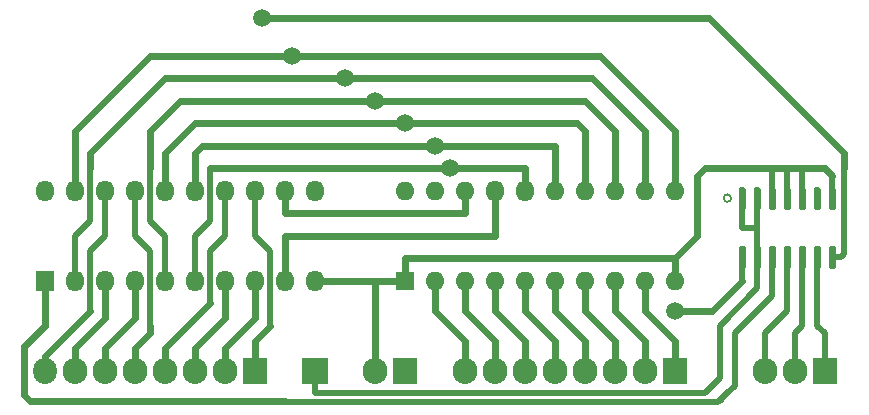
<source format=gbr>
%TF.GenerationSoftware,KiCad,Pcbnew,(5.1.8)-1*%
%TF.CreationDate,2025-01-30T23:00:43+03:00*%
%TF.ProjectId,Reg,5265672e-6b69-4636-9164-5f7063625858,rev?*%
%TF.SameCoordinates,Original*%
%TF.FileFunction,Copper,L2,Bot*%
%TF.FilePolarity,Positive*%
%FSLAX46Y46*%
G04 Gerber Fmt 4.6, Leading zero omitted, Abs format (unit mm)*
G04 Created by KiCad (PCBNEW (5.1.8)-1) date 2025-01-30 23:00:43*
%MOMM*%
%LPD*%
G01*
G04 APERTURE LIST*
%TA.AperFunction,NonConductor*%
%ADD10C,0.200000*%
%TD*%
%TA.AperFunction,ComponentPad*%
%ADD11R,2.200000X2.200000*%
%TD*%
%TA.AperFunction,ComponentPad*%
%ADD12O,1.500000X1.800000*%
%TD*%
%TA.AperFunction,ComponentPad*%
%ADD13R,1.500000X1.800000*%
%TD*%
%TA.AperFunction,ComponentPad*%
%ADD14O,1.600000X1.600000*%
%TD*%
%TA.AperFunction,ComponentPad*%
%ADD15R,1.600000X1.600000*%
%TD*%
%TA.AperFunction,ComponentPad*%
%ADD16R,2.100000X2.200000*%
%TD*%
%TA.AperFunction,ComponentPad*%
%ADD17O,2.100000X2.200000*%
%TD*%
%TA.AperFunction,ComponentPad*%
%ADD18O,2.000000X2.200000*%
%TD*%
%TA.AperFunction,ViaPad*%
%ADD19C,1.500000*%
%TD*%
%TA.AperFunction,Conductor*%
%ADD20C,0.600000*%
%TD*%
%TA.AperFunction,Conductor*%
%ADD21C,0.500000*%
%TD*%
G04 APERTURE END LIST*
D10*
X111442500Y-38735000D02*
G75*
G03*
X111442500Y-38735000I-317500J0D01*
G01*
D11*
%TO.P,J5,1*%
%TO.N,/Res*%
X76200000Y-53340000D03*
%TD*%
D12*
%TO.P,U1,20*%
%TO.N,VCC*%
X53340000Y-38100000D03*
%TO.P,U1,10*%
%TO.N,GND*%
X76200000Y-45720000D03*
%TO.P,U1,19*%
%TO.N,/L7*%
X55880000Y-38100000D03*
%TO.P,U1,9*%
%TO.N,/L1*%
X73660000Y-45720000D03*
%TO.P,U1,18*%
%TO.N,/D7*%
X58420000Y-38100000D03*
%TO.P,U1,8*%
%TO.N,/D1*%
X71120000Y-45720000D03*
%TO.P,U1,17*%
%TO.N,/D4*%
X60960000Y-38100000D03*
%TO.P,U1,7*%
%TO.N,/D2*%
X68580000Y-45720000D03*
%TO.P,U1,16*%
%TO.N,/L4*%
X63500000Y-38100000D03*
%TO.P,U1,6*%
%TO.N,/L2*%
X66040000Y-45720000D03*
%TO.P,U1,15*%
%TO.N,/L3*%
X66040000Y-38100000D03*
%TO.P,U1,5*%
%TO.N,/L5*%
X63500000Y-45720000D03*
%TO.P,U1,14*%
%TO.N,/D3*%
X68580000Y-38100000D03*
%TO.P,U1,4*%
%TO.N,/D5*%
X60960000Y-45720000D03*
%TO.P,U1,13*%
%TO.N,/D0*%
X71120000Y-38100000D03*
%TO.P,U1,3*%
%TO.N,/D6*%
X58420000Y-45720000D03*
%TO.P,U1,12*%
%TO.N,/L0*%
X73660000Y-38100000D03*
%TO.P,U1,2*%
%TO.N,/L6*%
X55880000Y-45720000D03*
%TO.P,U1,11*%
%TO.N,Net-(U1-Pad11)*%
X76200000Y-38100000D03*
D13*
%TO.P,U1,1*%
%TO.N,Net-(U1-Pad1)*%
X53340000Y-45720000D03*
%TD*%
D14*
%TO.P,U2,20*%
%TO.N,VCC*%
X83820000Y-38100000D03*
%TO.P,U2,10*%
%TO.N,GND*%
X106680000Y-45720000D03*
%TO.P,U2,19*%
%TO.N,/~CS*%
X86360000Y-38100000D03*
%TO.P,U2,9*%
%TO.N,/Q7*%
X104140000Y-45720000D03*
%TO.P,U2,18*%
%TO.N,/L0*%
X88900000Y-38100000D03*
%TO.P,U2,8*%
%TO.N,/Q6*%
X101600000Y-45720000D03*
D12*
%TO.P,U2,17*%
%TO.N,/L1*%
X91440000Y-38100000D03*
D14*
%TO.P,U2,7*%
%TO.N,/Q5*%
X99060000Y-45720000D03*
D12*
%TO.P,U2,16*%
%TO.N,/L2*%
X93980000Y-38100000D03*
D14*
%TO.P,U2,6*%
%TO.N,/Q4*%
X96520000Y-45720000D03*
%TO.P,U2,15*%
%TO.N,/L3*%
X96520000Y-38100000D03*
%TO.P,U2,5*%
%TO.N,/Q3*%
X93980000Y-45720000D03*
%TO.P,U2,14*%
%TO.N,/L4*%
X99060000Y-38100000D03*
%TO.P,U2,4*%
%TO.N,/Q2*%
X91440000Y-45720000D03*
%TO.P,U2,13*%
%TO.N,/L5*%
X101600000Y-38100000D03*
%TO.P,U2,3*%
%TO.N,/Q1*%
X88900000Y-45720000D03*
%TO.P,U2,12*%
%TO.N,/L6*%
X104140000Y-38100000D03*
%TO.P,U2,2*%
%TO.N,/Q0*%
X86360000Y-45720000D03*
%TO.P,U2,11*%
%TO.N,/L7*%
X106680000Y-38100000D03*
D15*
%TO.P,U2,1*%
%TO.N,GND*%
X83820000Y-45720000D03*
%TD*%
D16*
%TO.P,J1,1*%
%TO.N,/D0*%
X71120000Y-53340000D03*
D17*
%TO.P,J1,2*%
%TO.N,/D1*%
X68580000Y-53340000D03*
%TO.P,J1,3*%
%TO.N,/D2*%
X66040000Y-53340000D03*
%TO.P,J1,4*%
%TO.N,/D3*%
X63500000Y-53340000D03*
%TO.P,J1,5*%
%TO.N,/D4*%
X60960000Y-53340000D03*
%TO.P,J1,6*%
%TO.N,/D5*%
X58420000Y-53340000D03*
%TO.P,J1,7*%
%TO.N,/D6*%
X55880000Y-53340000D03*
D18*
%TO.P,J1,8*%
%TO.N,/D7*%
X53340000Y-53340000D03*
%TD*%
D17*
%TO.P,J2,8*%
%TO.N,/Q0*%
X88900000Y-53340000D03*
%TO.P,J2,7*%
%TO.N,/Q1*%
X91440000Y-53340000D03*
%TO.P,J2,6*%
%TO.N,/Q2*%
X93980000Y-53340000D03*
%TO.P,J2,5*%
%TO.N,/Q3*%
X96520000Y-53340000D03*
%TO.P,J2,4*%
%TO.N,/Q4*%
X99060000Y-53340000D03*
%TO.P,J2,3*%
%TO.N,/Q5*%
X101600000Y-53340000D03*
%TO.P,J2,2*%
%TO.N,/Q6*%
X104140000Y-53340000D03*
D16*
%TO.P,J2,1*%
%TO.N,/Q7*%
X106680000Y-53340000D03*
%TD*%
%TO.P,J3,1*%
%TO.N,VCC*%
X83820000Y-53340000D03*
D17*
%TO.P,J3,2*%
%TO.N,GND*%
X81280000Y-53340000D03*
%TD*%
D16*
%TO.P,J4,1*%
%TO.N,/~Row*%
X119380000Y-53340000D03*
D17*
%TO.P,J4,2*%
%TO.N,/~Col*%
X116840000Y-53340000D03*
%TO.P,J4,3*%
%TO.N,/~CS*%
X114300000Y-53340000D03*
%TD*%
%TO.P,U3,1*%
%TO.N,/Res*%
%TA.AperFunction,SMDPad,CuDef*%
G36*
G01*
X112245000Y-37825000D02*
X112545000Y-37825000D01*
G75*
G02*
X112695000Y-37975000I0J-150000D01*
G01*
X112695000Y-39625000D01*
G75*
G02*
X112545000Y-39775000I-150000J0D01*
G01*
X112245000Y-39775000D01*
G75*
G02*
X112095000Y-39625000I0J150000D01*
G01*
X112095000Y-37975000D01*
G75*
G02*
X112245000Y-37825000I150000J0D01*
G01*
G37*
%TD.AperFunction*%
%TO.P,U3,2*%
%TA.AperFunction,SMDPad,CuDef*%
G36*
G01*
X113515000Y-37825000D02*
X113815000Y-37825000D01*
G75*
G02*
X113965000Y-37975000I0J-150000D01*
G01*
X113965000Y-39625000D01*
G75*
G02*
X113815000Y-39775000I-150000J0D01*
G01*
X113515000Y-39775000D01*
G75*
G02*
X113365000Y-39625000I0J150000D01*
G01*
X113365000Y-37975000D01*
G75*
G02*
X113515000Y-37825000I150000J0D01*
G01*
G37*
%TD.AperFunction*%
%TO.P,U3,3*%
%TO.N,GND*%
%TA.AperFunction,SMDPad,CuDef*%
G36*
G01*
X114785000Y-37825000D02*
X115085000Y-37825000D01*
G75*
G02*
X115235000Y-37975000I0J-150000D01*
G01*
X115235000Y-39625000D01*
G75*
G02*
X115085000Y-39775000I-150000J0D01*
G01*
X114785000Y-39775000D01*
G75*
G02*
X114635000Y-39625000I0J150000D01*
G01*
X114635000Y-37975000D01*
G75*
G02*
X114785000Y-37825000I150000J0D01*
G01*
G37*
%TD.AperFunction*%
%TO.P,U3,4*%
%TA.AperFunction,SMDPad,CuDef*%
G36*
G01*
X116055000Y-37825000D02*
X116355000Y-37825000D01*
G75*
G02*
X116505000Y-37975000I0J-150000D01*
G01*
X116505000Y-39625000D01*
G75*
G02*
X116355000Y-39775000I-150000J0D01*
G01*
X116055000Y-39775000D01*
G75*
G02*
X115905000Y-39625000I0J150000D01*
G01*
X115905000Y-37975000D01*
G75*
G02*
X116055000Y-37825000I150000J0D01*
G01*
G37*
%TD.AperFunction*%
%TO.P,U3,5*%
%TA.AperFunction,SMDPad,CuDef*%
G36*
G01*
X117325000Y-37825000D02*
X117625000Y-37825000D01*
G75*
G02*
X117775000Y-37975000I0J-150000D01*
G01*
X117775000Y-39625000D01*
G75*
G02*
X117625000Y-39775000I-150000J0D01*
G01*
X117325000Y-39775000D01*
G75*
G02*
X117175000Y-39625000I0J150000D01*
G01*
X117175000Y-37975000D01*
G75*
G02*
X117325000Y-37825000I150000J0D01*
G01*
G37*
%TD.AperFunction*%
%TO.P,U3,6*%
%TO.N,Net-(U3-Pad6)*%
%TA.AperFunction,SMDPad,CuDef*%
G36*
G01*
X118595000Y-37825000D02*
X118895000Y-37825000D01*
G75*
G02*
X119045000Y-37975000I0J-150000D01*
G01*
X119045000Y-39625000D01*
G75*
G02*
X118895000Y-39775000I-150000J0D01*
G01*
X118595000Y-39775000D01*
G75*
G02*
X118445000Y-39625000I0J150000D01*
G01*
X118445000Y-37975000D01*
G75*
G02*
X118595000Y-37825000I150000J0D01*
G01*
G37*
%TD.AperFunction*%
%TO.P,U3,7*%
%TO.N,GND*%
%TA.AperFunction,SMDPad,CuDef*%
G36*
G01*
X119865000Y-37825000D02*
X120165000Y-37825000D01*
G75*
G02*
X120315000Y-37975000I0J-150000D01*
G01*
X120315000Y-39625000D01*
G75*
G02*
X120165000Y-39775000I-150000J0D01*
G01*
X119865000Y-39775000D01*
G75*
G02*
X119715000Y-39625000I0J150000D01*
G01*
X119715000Y-37975000D01*
G75*
G02*
X119865000Y-37825000I150000J0D01*
G01*
G37*
%TD.AperFunction*%
%TO.P,U3,8*%
%TO.N,Net-(U1-Pad11)*%
%TA.AperFunction,SMDPad,CuDef*%
G36*
G01*
X119865000Y-42775000D02*
X120165000Y-42775000D01*
G75*
G02*
X120315000Y-42925000I0J-150000D01*
G01*
X120315000Y-44575000D01*
G75*
G02*
X120165000Y-44725000I-150000J0D01*
G01*
X119865000Y-44725000D01*
G75*
G02*
X119715000Y-44575000I0J150000D01*
G01*
X119715000Y-42925000D01*
G75*
G02*
X119865000Y-42775000I150000J0D01*
G01*
G37*
%TD.AperFunction*%
%TO.P,U3,9*%
%TO.N,/~Row*%
%TA.AperFunction,SMDPad,CuDef*%
G36*
G01*
X118595000Y-42775000D02*
X118895000Y-42775000D01*
G75*
G02*
X119045000Y-42925000I0J-150000D01*
G01*
X119045000Y-44575000D01*
G75*
G02*
X118895000Y-44725000I-150000J0D01*
G01*
X118595000Y-44725000D01*
G75*
G02*
X118445000Y-44575000I0J150000D01*
G01*
X118445000Y-42925000D01*
G75*
G02*
X118595000Y-42775000I150000J0D01*
G01*
G37*
%TD.AperFunction*%
%TO.P,U3,10*%
%TO.N,/~Col*%
%TA.AperFunction,SMDPad,CuDef*%
G36*
G01*
X117325000Y-42775000D02*
X117625000Y-42775000D01*
G75*
G02*
X117775000Y-42925000I0J-150000D01*
G01*
X117775000Y-44575000D01*
G75*
G02*
X117625000Y-44725000I-150000J0D01*
G01*
X117325000Y-44725000D01*
G75*
G02*
X117175000Y-44575000I0J150000D01*
G01*
X117175000Y-42925000D01*
G75*
G02*
X117325000Y-42775000I150000J0D01*
G01*
G37*
%TD.AperFunction*%
%TO.P,U3,11*%
%TO.N,/~CS*%
%TA.AperFunction,SMDPad,CuDef*%
G36*
G01*
X116055000Y-42775000D02*
X116355000Y-42775000D01*
G75*
G02*
X116505000Y-42925000I0J-150000D01*
G01*
X116505000Y-44575000D01*
G75*
G02*
X116355000Y-44725000I-150000J0D01*
G01*
X116055000Y-44725000D01*
G75*
G02*
X115905000Y-44575000I0J150000D01*
G01*
X115905000Y-42925000D01*
G75*
G02*
X116055000Y-42775000I150000J0D01*
G01*
G37*
%TD.AperFunction*%
%TO.P,U3,12*%
%TO.N,Net-(U1-Pad1)*%
%TA.AperFunction,SMDPad,CuDef*%
G36*
G01*
X114785000Y-42775000D02*
X115085000Y-42775000D01*
G75*
G02*
X115235000Y-42925000I0J-150000D01*
G01*
X115235000Y-44575000D01*
G75*
G02*
X115085000Y-44725000I-150000J0D01*
G01*
X114785000Y-44725000D01*
G75*
G02*
X114635000Y-44575000I0J150000D01*
G01*
X114635000Y-42925000D01*
G75*
G02*
X114785000Y-42775000I150000J0D01*
G01*
G37*
%TD.AperFunction*%
%TO.P,U3,13*%
%TO.N,/Res*%
%TA.AperFunction,SMDPad,CuDef*%
G36*
G01*
X113515000Y-42775000D02*
X113815000Y-42775000D01*
G75*
G02*
X113965000Y-42925000I0J-150000D01*
G01*
X113965000Y-44575000D01*
G75*
G02*
X113815000Y-44725000I-150000J0D01*
G01*
X113515000Y-44725000D01*
G75*
G02*
X113365000Y-44575000I0J150000D01*
G01*
X113365000Y-42925000D01*
G75*
G02*
X113515000Y-42775000I150000J0D01*
G01*
G37*
%TD.AperFunction*%
%TO.P,U3,14*%
%TO.N,VCC*%
%TA.AperFunction,SMDPad,CuDef*%
G36*
G01*
X112245000Y-42775000D02*
X112545000Y-42775000D01*
G75*
G02*
X112695000Y-42925000I0J-150000D01*
G01*
X112695000Y-44575000D01*
G75*
G02*
X112545000Y-44725000I-150000J0D01*
G01*
X112245000Y-44725000D01*
G75*
G02*
X112095000Y-44575000I0J150000D01*
G01*
X112095000Y-42925000D01*
G75*
G02*
X112245000Y-42775000I150000J0D01*
G01*
G37*
%TD.AperFunction*%
%TD*%
D19*
%TO.N,VCC*%
X106680000Y-48260000D03*
%TO.N,Net-(U1-Pad11)*%
X71755000Y-23495000D03*
%TO.N,/L2*%
X87630000Y-36195000D03*
%TO.N,/L3*%
X86360000Y-34290000D03*
%TO.N,/L4*%
X83820000Y-32385000D03*
%TO.N,/L5*%
X81280000Y-30480000D03*
%TO.N,/L6*%
X78740000Y-28575000D03*
%TO.N,/L7*%
X74295000Y-26670000D03*
%TD*%
D20*
%TO.N,VCC*%
X112330000Y-43815000D02*
X112395000Y-43750000D01*
D21*
X106680000Y-48260000D02*
X106680000Y-48260000D01*
X112395000Y-45720000D02*
X112395000Y-43750000D01*
D20*
X109855000Y-48260000D02*
X112395000Y-45720000D01*
X106680000Y-48260000D02*
X109855000Y-48260000D01*
%TO.N,GND*%
X83820000Y-43815000D02*
X83820000Y-45720000D01*
X83820000Y-43815000D02*
X106680000Y-43815000D01*
X81280000Y-45720000D02*
X81280000Y-53340000D01*
X106680000Y-43815000D02*
X106680000Y-45720000D01*
D21*
X120015000Y-36830000D02*
X120015000Y-38800000D01*
D20*
X108585000Y-41910000D02*
X108585000Y-36830000D01*
X106680000Y-43815000D02*
X108585000Y-41910000D01*
D21*
X114935000Y-36195000D02*
X114935000Y-38800000D01*
X116205000Y-36195000D02*
X116205000Y-38800000D01*
X117475000Y-36195000D02*
X117475000Y-38800000D01*
D20*
X76200000Y-45720000D02*
X81280000Y-45720000D01*
X83820000Y-45720000D02*
X81280000Y-45720000D01*
X109220000Y-36195000D02*
X108585000Y-36830000D01*
X117475000Y-36195000D02*
X109220000Y-36195000D01*
X119380000Y-36195000D02*
X120015000Y-36830000D01*
X117475000Y-36195000D02*
X119380000Y-36195000D01*
D21*
%TO.N,/D7*%
X58420000Y-41910000D02*
X57150000Y-43180000D01*
X58420000Y-38100000D02*
X58420000Y-41910000D01*
D20*
X53340000Y-53340000D02*
X53340000Y-52070000D01*
X53340000Y-52070000D02*
X57150000Y-48260000D01*
D21*
X57150000Y-43180000D02*
X57150000Y-48260000D01*
D20*
%TO.N,/D6*%
X58420000Y-45720000D02*
X58420000Y-48895000D01*
X55880000Y-51435000D02*
X55880000Y-53340000D01*
X58420000Y-48895000D02*
X55880000Y-51435000D01*
%TO.N,/D5*%
X60960000Y-45720000D02*
X60960000Y-48895000D01*
X58420000Y-51435000D02*
X58420000Y-53340000D01*
X60960000Y-48895000D02*
X58420000Y-51435000D01*
D21*
%TO.N,/D4*%
X62230000Y-43180000D02*
X62230000Y-49530000D01*
X60960000Y-41910000D02*
X62230000Y-43180000D01*
X60960000Y-38100000D02*
X60960000Y-41910000D01*
D20*
X60960000Y-51435000D02*
X62230000Y-50165000D01*
X60960000Y-53340000D02*
X60960000Y-51435000D01*
X62230000Y-50165000D02*
X62230000Y-49530000D01*
D21*
%TO.N,/D3*%
X68580000Y-41910000D02*
X67310000Y-43180000D01*
X68580000Y-38100000D02*
X68580000Y-41910000D01*
D20*
X63500000Y-51435000D02*
X67310000Y-47625000D01*
X63500000Y-53340000D02*
X63500000Y-51435000D01*
D21*
X67310000Y-43180000D02*
X67310000Y-47625000D01*
D20*
%TO.N,/D2*%
X68580000Y-45720000D02*
X68580000Y-48895000D01*
X66040000Y-51435000D02*
X66040000Y-53340000D01*
X68580000Y-48895000D02*
X66040000Y-51435000D01*
%TO.N,/D1*%
X71120000Y-45720000D02*
X71120000Y-48895000D01*
X68580000Y-51435000D02*
X68580000Y-53340000D01*
X71120000Y-48895000D02*
X68580000Y-51435000D01*
D21*
%TO.N,/D0*%
X72390000Y-43180000D02*
X72390000Y-49530000D01*
X71120000Y-41910000D02*
X72390000Y-43180000D01*
X71120000Y-38100000D02*
X71120000Y-41910000D01*
D20*
X71120000Y-50800000D02*
X72390000Y-49530000D01*
X71120000Y-53340000D02*
X71120000Y-50800000D01*
%TO.N,/Q0*%
X86360000Y-45720000D02*
X86360000Y-48260000D01*
X88900000Y-50800000D02*
X88900000Y-53340000D01*
X86360000Y-48260000D02*
X88900000Y-50800000D01*
%TO.N,/Q1*%
X88900000Y-45720000D02*
X88900000Y-48260000D01*
X91440000Y-50800000D02*
X91440000Y-53340000D01*
X88900000Y-48260000D02*
X91440000Y-50800000D01*
%TO.N,/Q2*%
X91440000Y-45720000D02*
X91440000Y-48260000D01*
X91440000Y-48260000D02*
X93980000Y-50800000D01*
X93980000Y-50800000D02*
X93980000Y-53340000D01*
%TO.N,/Q3*%
X93980000Y-45720000D02*
X93980000Y-48260000D01*
X96520000Y-50800000D02*
X96520000Y-53340000D01*
X93980000Y-48260000D02*
X96520000Y-50800000D01*
%TO.N,/Q4*%
X96520000Y-45720000D02*
X96520000Y-48260000D01*
X99060000Y-50800000D02*
X99060000Y-53340000D01*
X96520000Y-48260000D02*
X99060000Y-50800000D01*
%TO.N,/Q5*%
X99060000Y-45720000D02*
X99060000Y-48260000D01*
X101600000Y-50800000D02*
X101600000Y-53340000D01*
X99060000Y-48260000D02*
X101600000Y-50800000D01*
%TO.N,/Q6*%
X101600000Y-45720000D02*
X101600000Y-48260000D01*
X104140000Y-50800000D02*
X104140000Y-53340000D01*
X101600000Y-48260000D02*
X104140000Y-50800000D01*
%TO.N,/Q7*%
X104140000Y-45720000D02*
X104140000Y-48260000D01*
X106680000Y-50800000D02*
X106680000Y-53340000D01*
X104140000Y-48260000D02*
X106680000Y-50800000D01*
D21*
%TO.N,Net-(U1-Pad11)*%
X120715000Y-43750000D02*
X120967500Y-43497500D01*
X120015000Y-43750000D02*
X120715000Y-43750000D01*
D20*
X109537500Y-23495000D02*
X71755000Y-23495000D01*
D21*
X120967500Y-43497500D02*
X120967500Y-36195000D01*
X73660000Y-23495000D02*
X73660000Y-23495000D01*
D20*
X120967500Y-34925000D02*
X120808750Y-34766250D01*
X120967500Y-36195000D02*
X120967500Y-34925000D01*
X120808750Y-34766250D02*
X109537500Y-23495000D01*
D21*
%TO.N,/~Row*%
X118745000Y-49530000D02*
X118745000Y-43750000D01*
X119380000Y-50165000D02*
X118745000Y-49530000D01*
X119380000Y-53340000D02*
X119380000Y-50165000D01*
%TO.N,/~Col*%
X117475000Y-43750000D02*
X117475000Y-49530000D01*
X116840000Y-50165000D02*
X117475000Y-49530000D01*
X116840000Y-53340000D02*
X116840000Y-50165000D01*
%TO.N,/~CS*%
X116205000Y-43750000D02*
X116205000Y-48260000D01*
X114300000Y-50165000D02*
X116205000Y-48260000D01*
X114300000Y-53340000D02*
X114300000Y-50165000D01*
D20*
%TO.N,/L0*%
X88900000Y-38100000D02*
X88900000Y-40005000D01*
X73660000Y-38100000D02*
X73660000Y-40005000D01*
X73660000Y-40005000D02*
X88900000Y-40005000D01*
%TO.N,/L1*%
X91440000Y-41275000D02*
X91440000Y-38100000D01*
X91440000Y-41910000D02*
X91440000Y-41275000D01*
X73660000Y-45720000D02*
X73660000Y-41910000D01*
X73660000Y-41910000D02*
X91440000Y-41910000D01*
D21*
%TO.N,/L2*%
X66040000Y-41910000D02*
X66040000Y-45720000D01*
X67310000Y-40640000D02*
X66040000Y-41910000D01*
D20*
X93980000Y-36195000D02*
X93980000Y-38100000D01*
D21*
X67310000Y-36195000D02*
X67310000Y-40640000D01*
D20*
X93980000Y-36195000D02*
X67310000Y-36195000D01*
%TO.N,/L3*%
X96520000Y-34290000D02*
X96520000Y-38100000D01*
X66040000Y-34925000D02*
X66675000Y-34290000D01*
X66675000Y-34290000D02*
X96520000Y-34290000D01*
X66040000Y-34925000D02*
X66040000Y-38100000D01*
%TO.N,/L4*%
X99060000Y-33020000D02*
X98425000Y-32385000D01*
X99060000Y-38100000D02*
X99060000Y-33020000D01*
X63500000Y-34925000D02*
X66040000Y-32385000D01*
X66040000Y-32385000D02*
X98425000Y-32385000D01*
X63500000Y-34925000D02*
X63500000Y-38100000D01*
D21*
%TO.N,/L5*%
X62230000Y-40640000D02*
X62230000Y-36195000D01*
X63500000Y-41910000D02*
X62230000Y-40640000D01*
X63500000Y-45720000D02*
X63500000Y-41910000D01*
D20*
X101600000Y-33020000D02*
X101600000Y-38100000D01*
X99060000Y-30480000D02*
X101600000Y-33020000D01*
X62230000Y-33020000D02*
X64770000Y-30480000D01*
X64770000Y-30480000D02*
X99060000Y-30480000D01*
X62230000Y-36195000D02*
X62230000Y-33020000D01*
D21*
%TO.N,/L6*%
X57150000Y-40640000D02*
X57150000Y-36195000D01*
X55880000Y-41910000D02*
X57150000Y-40640000D01*
X55880000Y-45720000D02*
X55880000Y-41910000D01*
D20*
X104140000Y-33020000D02*
X99695000Y-28575000D01*
X104140000Y-38100000D02*
X104140000Y-33020000D01*
X57150000Y-34925000D02*
X63500000Y-28575000D01*
X63500000Y-28575000D02*
X99695000Y-28575000D01*
X57150000Y-36195000D02*
X57150000Y-34925000D01*
%TO.N,/L7*%
X106680000Y-33020000D02*
X106680000Y-38100000D01*
X100330000Y-26670000D02*
X106680000Y-33020000D01*
X62230000Y-26670000D02*
X100330000Y-26670000D01*
X55880000Y-33020000D02*
X62230000Y-26670000D01*
X55880000Y-38100000D02*
X55880000Y-33020000D01*
D21*
%TO.N,/Res*%
X112395000Y-38800000D02*
X112395000Y-41275000D01*
X112395000Y-41275000D02*
X113665000Y-41275000D01*
X113665000Y-41275000D02*
X113665000Y-43750000D01*
X113665000Y-38800000D02*
X113665000Y-41275000D01*
X113665000Y-46355000D02*
X113665000Y-43750000D01*
X110490000Y-49530000D02*
X113665000Y-46355000D01*
X110490000Y-53975000D02*
X110490000Y-49530000D01*
X109220000Y-55245000D02*
X110490000Y-53975000D01*
X76200000Y-55245000D02*
X109220000Y-55245000D01*
X76200000Y-53340000D02*
X76200000Y-55245000D01*
%TO.N,Net-(U1-Pad1)*%
X110363000Y-56007000D02*
X109982000Y-56007000D01*
X73660000Y-56007000D02*
X109982000Y-56007000D01*
X111125000Y-55245000D02*
X110363000Y-56007000D01*
X110490000Y-55880000D02*
X111125000Y-55245000D01*
D20*
X52070000Y-55880000D02*
X73660000Y-55880000D01*
X53340000Y-45720000D02*
X53340000Y-49530000D01*
D21*
X114935000Y-46990000D02*
X114935000Y-43750000D01*
X111760000Y-50165000D02*
X114935000Y-46990000D01*
X111760000Y-54610000D02*
X111760000Y-50165000D01*
X111125000Y-55245000D02*
X111760000Y-54610000D01*
D20*
X51593750Y-51276250D02*
X51593750Y-55403750D01*
X51593750Y-55403750D02*
X52070000Y-55880000D01*
X53340000Y-49530000D02*
X51593750Y-51276250D01*
%TD*%
M02*

</source>
